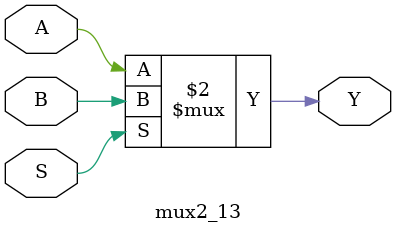
<source format=v>
module mux2_13 (
    S,
    A,
    B,
    Y
);
  input S;
  input A, B;
  output reg Y;
  always @(*) Y = (S) ? B : A;
endmodule
</source>
